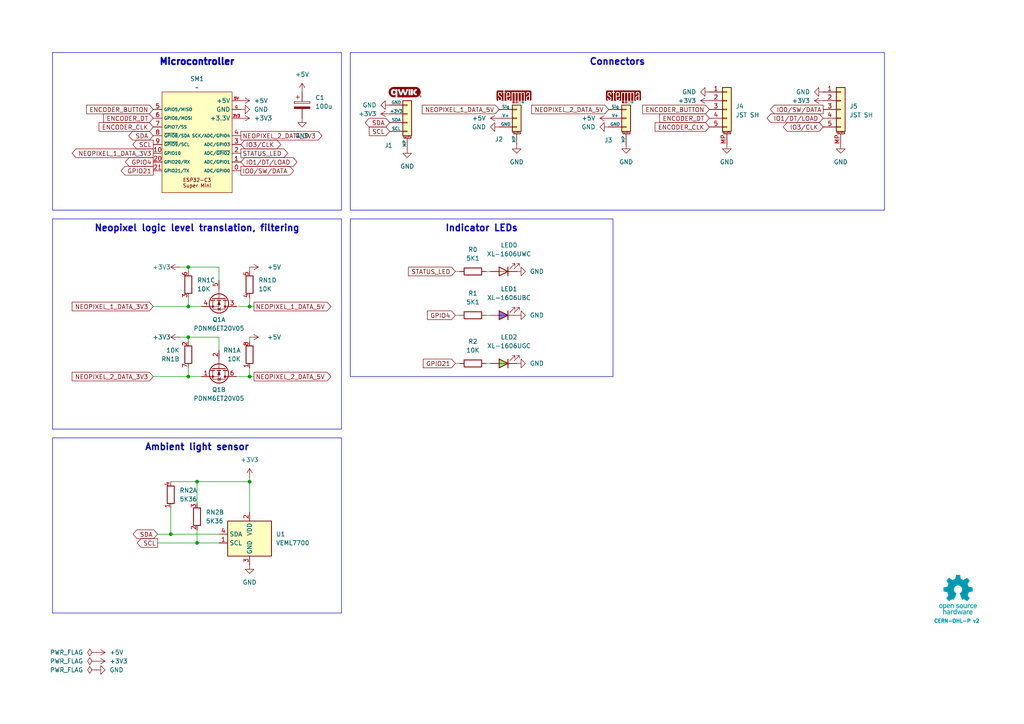
<source format=kicad_sch>
(kicad_sch (version 20231120) (generator "eeschema") (generator_version "8.0")
  (paper "A4")
  (lib_symbols
    (symbol "Connector_Generic_MountingPin:Conn_01x05_MountingPin" (pin_names (offset 1.016) hide)
      (property "Reference" "J" (at 0 7.62 0))
      (property "Value" "Conn_01x05_MountingPin" (at 1.27 -7.62 0))
      (symbol "Conn_01x05_MountingPin_1_1"
        (text "Mounting" (at 0 -6.731 0) (effects (font (size 0.381 0.381))))
        (pin passive line (at -5.08 5.08 0) (length 3.81) (name "Pin_1") (number "1"))
        (pin passive line (at -5.08 2.54 0) (length 3.81) (name "Pin_2") (number "2"))
        (pin passive line (at -5.08 0 0) (length 3.81) (name "Pin_3") (number "3"))
        (pin passive line (at -5.08 -2.54 0) (length 3.81) (name "Pin_4") (number "4"))
        (pin passive line (at -5.08 -5.08 0) (length 3.81) (name "Pin_5") (number "5"))
        (pin passive line (at 0 -10.16 90) (length 3.048) (name "MountPin") (number "MP"))
      )
    )
    (symbol "Device:C_Polarized" (pin_numbers hide) (pin_names (offset 0.254))
      (property "Reference" "C" (at 0.635 2.54 0))
      (property "Value" "C_Polarized" (at 0.635 -2.54 0))
      (symbol "C_Polarized_1_1"
        (pin passive line (at 0 3.81 270) (length 2.794) (name "~") (number "1"))
        (pin passive line (at 0 -3.81 90) (length 2.794) (name "~") (number "2"))
      )
    )
    (symbol "Device:R" (pin_numbers hide) (pin_names (offset 0))
      (property "Reference" "R" (at 2.032 0 90))
      (property "Value" "R" (at 0 0 90))
      (symbol "R_1_1"
        (pin passive line (at 0 3.81 270) (length 1.27) (name "~") (number "1"))
        (pin passive line (at 0 -3.81 90) (length 1.27) (name "~") (number "2"))
      )
    )
    (symbol "Device:R_Pack02_Split" (pin_names (offset 0) hide)
      (property "Reference" "RN" (at 2.032 0 90))
      (property "Value" "R_Pack02_Split" (at 0 0 90))
      (symbol "R_Pack02_Split_1_1"
        (pin passive line (at 0 -3.81 90) (length 1.27) (name "R1.1") (number "1"))
        (pin passive line (at 0 3.81 270) (length 1.27) (name "R1.2") (number "4"))
      )
      (symbol "R_Pack02_Split_2_1"
        (pin passive line (at 0 -3.81 90) (length 1.27) (name "R2.1") (number "2"))
        (pin passive line (at 0 3.81 270) (length 1.27) (name "R2.2") (number "3"))
      )
    )
    (symbol "Device:R_Pack04_Split" (pin_names (offset 0) hide)
      (property "Reference" "RN" (at 2.032 0 90))
      (property "Value" "R_Pack04_Split" (at 0 0 90))
      (symbol "R_Pack04_Split_1_1"
        (pin passive line (at 0 -3.81 90) (length 1.27) (name "R1.1") (number "1"))
        (pin passive line (at 0 3.81 270) (length 1.27) (name "R1.2") (number "8"))
      )
      (symbol "R_Pack04_Split_2_1"
        (pin passive line (at 0 -3.81 90) (length 1.27) (name "R2.1") (number "2"))
        (pin passive line (at 0 3.81 270) (length 1.27) (name "R2.2") (number "7"))
      )
      (symbol "R_Pack04_Split_3_1"
        (pin passive line (at 0 -3.81 90) (length 1.27) (name "R3.1") (number "3"))
        (pin passive line (at 0 3.81 270) (length 1.27) (name "R3.2") (number "6"))
      )
      (symbol "R_Pack04_Split_4_1"
        (pin passive line (at 0 -3.81 90) (length 1.27) (name "R4.1") (number "4"))
        (pin passive line (at 0 3.81 270) (length 1.27) (name "R4.2") (number "5"))
      )
    )
    (symbol "connector:Qwiic" (pin_numbers hide) (pin_names (offset 0))
      (property "Reference" "J" (at 2.54 0 0))
      (symbol "Qwiic_1_1"
        (text "Mounting" (at 0 -6.731 0) (effects (font (size 0.381 0.381))))
        (pin passive line (at -5.08 2.54 0) (length 3.81) (name "GND") (number "1"))
        (pin passive line (at -5.08 0 0) (length 3.81) (name "+3V3") (number "2"))
        (pin passive line (at -5.08 -2.54 0) (length 3.81) (name "SDA") (number "3"))
        (pin passive line (at -5.08 -5.08 0) (length 3.81) (name "SCL") (number "4"))
        (pin passive line (at 0 -10.16 90) (length 3.048) (name "MP") (number "MP"))
      )
    )
    (symbol "connector:STEMMA-Signal" (pin_numbers hide) (pin_names (offset 0))
      (property "Reference" "J" (at 2.54 0 0))
      (symbol "STEMMA-Signal_1_1"
        (text "Mounting" (at 0 -4.191 0) (effects (font (size 0.381 0.381))))
        (pin passive line (at -5.08 2.54 0) (length 3.81) (name "Sig") (number "1"))
        (pin passive line (at -5.08 0 0) (length 3.81) (name "V+") (number "2"))
        (pin passive line (at -5.08 -2.54 0) (length 3.81) (name "GND") (number "3"))
        (pin passive line (at 0 -7.62 90) (length 3.048) (name "MP") (number "MP"))
      )
    )
    (symbol "discrete:PDNM6ET20V05" (pin_names hide)
      (property "Reference" "Q" (at 5.08 1.905 0))
      (property "Value" "PDNM6ET20V05" (at 5.08 0 0))
      (symbol "PDNM6ET20V05_1_1"
        (pin passive line (at 2.54 5.08 270) (length 2.54) (name "D") (number "3"))
        (pin passive line (at 2.54 -5.08 90) (length 2.54) (name "S") (number "4"))
        (pin input line (at -5.08 0 0) (length 2.54) (name "G") (number "5"))
      )
      (symbol "PDNM6ET20V05_2_1"
        (pin passive line (at 2.54 -5.08 90) (length 2.54) (name "S") (number "1"))
        (pin input line (at -5.08 0 0) (length 2.54) (name "G") (number "2"))
        (pin passive line (at 2.54 5.08 270) (length 2.54) (name "D") (number "6"))
      )
    )
    (symbol "discrete:VEML7700"
      (property "Reference" "U" (at 2.54 -10.16 0))
      (property "Value" "VEML7700" (at 5.08 -7.62 0))
      (symbol "VEML7700_1_1"
        (pin passive line (at -8.89 -1.27 0) (length 2.54) (name "SCL") (number "1"))
        (pin power_in line (at 0 7.62 270) (length 2.54) (name "VDD") (number "2"))
        (pin power_in line (at 0 -7.62 90) (length 2.54) (name "GND") (number "3"))
        (pin passive line (at -8.89 1.27 0) (length 2.54) (name "SDA") (number "4"))
      )
    )
    (symbol "discrete:XL-1606UBC" (pin_numbers hide) (pin_names (offset 1.016) hide)
      (property "Reference" "D" (at 0 2.54 0))
      (property "Value" "XL-1606UBC" (at 0 -2.54 0))
      (symbol "XL-1606UBC_1_1"
        (pin passive line (at -3.81 0 0) (length 2.54) (name "K") (number "1"))
        (pin passive line (at 3.81 0 180) (length 2.54) (name "A") (number "2"))
      )
    )
    (symbol "discrete:XL-1606UGC" (pin_numbers hide) (pin_names (offset 1.016) hide)
      (property "Reference" "D" (at 0 2.54 0))
      (property "Value" "XL-1606UGC" (at 0 -2.54 0))
      (symbol "XL-1606UGC_1_1"
        (pin passive line (at -3.81 0 0) (length 2.54) (name "K") (number "1"))
        (pin passive line (at 3.81 0 180) (length 2.54) (name "A") (number "2"))
      )
    )
    (symbol "discrete:XL-1606UWC" (pin_numbers hide) (pin_names (offset 1.016) hide)
      (property "Reference" "D" (at 0 2.54 0))
      (property "Value" "XL-1606UWC" (at 0 -2.54 0))
      (symbol "XL-1606UWC_1_1"
        (pin passive line (at -3.81 0 0) (length 2.54) (name "K") (number "1"))
        (pin passive line (at 3.81 0 180) (length 2.54) (name "A") (number "2"))
      )
    )
    (symbol "module:ESP32-C3-Super-Mini"
      (property "Reference" "SM" (at 0 18.288 0))
      (symbol "ESP32-C3-Super-Mini_1_1"
        (text_box "ESP32-C3\nSuper Mini" (at -7.62 -10.16 0) (size 15.24 -5.08) (stroke (width -0.0001)) (effects (font (size 1.016 1.016)) (justify top)))
        (pin passive line (at 12.7 -8.89 180) (length 2.54) (name "ADC/GPIO0") (number "0"))
        (pin passive line (at 12.7 -6.35 180) (length 2.54) (name "ADC/GPIO1") (number "1"))
        (pin passive line (at -12.7 -3.81 0) (length 2.54) (name "GPIO10") (number "10"))
        (pin passive line (at 12.7 -3.81 180) (length 2.54) (name "ADC/~{GPIO2}") (number "2"))
        (pin passive line (at -12.7 -6.35 0) (length 2.54) (name "GPIO20/RX") (number "20"))
        (pin passive line (at -12.7 -8.89 0) (length 2.54) (name "GPIO21/TX") (number "21"))
        (pin passive line (at 12.7 -1.27 180) (length 2.54) (name "ADC/GPIO3") (number "3"))
        (pin power_in line (at 12.7 6.35 180) (length 2.54) (name "+3.3V") (number "3V3"))
        (pin passive line (at 12.7 1.27 180) (length 2.54) (name "SCK/ADC/GPIO4") (number "4"))
        (pin passive line (at -12.7 8.89 0) (length 2.54) (name "GPIO5/MISO") (number "5"))
        (pin power_in line (at 12.7 11.43 180) (length 2.54) (name "+5V") (number "5V"))
        (pin passive line (at -12.7 6.35 0) (length 2.54) (name "GPIO6/MOSI") (number "6"))
        (pin passive line (at -12.7 3.81 0) (length 2.54) (name "GPIO7/SS") (number "7"))
        (pin passive line (at -12.7 1.27 0) (length 2.54) (name "~{GPIO8}/SDA") (number "8"))
        (pin passive line (at -12.7 -1.27 0) (length 2.54) (name "~{GPIO9}/SCL") (number "9"))
        (pin power_in line (at 12.7 8.89 180) (length 2.54) (name "GND") (number "G"))
      )
    )
    (symbol "power:+3V3" (power) (pin_numbers hide) (pin_names (offset 0) hide)
      (property "Value" "+3V3" (at 0 3.556 0))
      (symbol "+3V3_1_1"
        (pin power_in line (at 0 0 90) (length 0) (name "~") (number "1"))
      )
    )
    (symbol "power:+5V" (power) (pin_numbers hide) (pin_names (offset 0) hide)
      (property "Value" "+5V" (at 0 3.556 0))
      (symbol "+5V_1_1"
        (pin power_in line (at 0 0 90) (length 0) (name "~") (number "1"))
      )
    )
    (symbol "power:GND" (power) (pin_numbers hide) (pin_names (offset 0) hide)
      (property "Value" "GND" (at 0 -3.81 0))
      (symbol "GND_1_1"
        (pin power_in line (at 0 0 270) (length 0) (name "~") (number "1"))
      )
    )
    (symbol "power:PWR_FLAG" (power) (pin_numbers hide) (pin_names (offset 0) hide)
      (property "Value" "PWR_FLAG" (at 0 3.81 0))
      (symbol "PWR_FLAG_0_0"
        (pin power_out line (at 0 0 90) (length 0) (name "~") (number "1"))
      )
    )
    (symbol "power:VCC" (power) (pin_numbers hide) (pin_names (offset 0) hide)
      (property "Value" "VCC" (at 0 3.556 0))
      (symbol "VCC_1_1"
        (pin power_in line (at 0 0 90) (length 0) (name "~") (number "1"))
      )
    )
  )
  (junction (at 49.53 154.94))
  (junction (at 54.61 109.22))
  (junction (at 54.61 88.9))
  (junction (at 72.39 88.9))
  (junction (at 72.39 109.22))
  (junction (at 54.61 97.79))
  (junction (at 57.15 157.48))
  (junction (at 72.39 139.7))
  (junction (at 57.15 139.7))
  (junction (at 54.61 77.47))
  (wire (pts (xy 45.72 157.48) (xy 57.15 157.48)))
  (wire (pts (xy 54.61 97.79) (xy 63.5 97.79)))
  (wire (pts (xy 54.61 88.9) (xy 58.42 88.9)))
  (wire (pts (xy 54.61 77.47) (xy 63.5 77.47)))
  (wire (pts (xy 49.53 147.32) (xy 49.53 154.94)))
  (wire (pts (xy 132.08 78.74) (xy 133.35 78.74)))
  (wire (pts (xy 57.15 139.7) (xy 72.39 139.7)))
  (wire (pts (xy 57.15 153.67) (xy 57.15 157.48)))
  (wire (pts (xy 57.15 139.7) (xy 57.15 146.05)))
  (wire (pts (xy 72.39 109.22) (xy 72.39 106.68)))
  (wire (pts (xy 132.08 105.41) (xy 133.35 105.41)))
  (wire (pts (xy 72.39 78.74) (xy 72.39 77.47)))
  (wire (pts (xy 44.45 109.22) (xy 54.61 109.22)))
  (wire (pts (xy 140.97 91.44) (xy 142.24 91.44)))
  (wire (pts (xy 49.53 154.94) (xy 63.5 154.94)))
  (wire (pts (xy 52.07 77.47) (xy 54.61 77.47)))
  (wire (pts (xy 49.53 139.7) (xy 57.15 139.7)))
  (wire (pts (xy 54.61 99.06) (xy 54.61 97.79)))
  (wire (pts (xy 72.39 139.7) (xy 72.39 148.59)))
  (wire (pts (xy 52.07 97.79) (xy 54.61 97.79)))
  (wire (pts (xy 72.39 138.43) (xy 72.39 139.7)))
  (wire (pts (xy 63.5 81.28) (xy 63.5 77.47)))
  (wire (pts (xy 72.39 88.9) (xy 72.39 86.36)))
  (wire (pts (xy 57.15 157.48) (xy 63.5 157.48)))
  (wire (pts (xy 63.5 101.6) (xy 63.5 97.79)))
  (wire (pts (xy 72.39 109.22) (xy 73.66 109.22)))
  (wire (pts (xy 68.58 88.9) (xy 72.39 88.9)))
  (wire (pts (xy 72.39 88.9) (xy 73.66 88.9)))
  (wire (pts (xy 54.61 86.36) (xy 54.61 88.9)))
  (wire (pts (xy 45.72 154.94) (xy 49.53 154.94)))
  (wire (pts (xy 54.61 78.74) (xy 54.61 77.47)))
  (wire (pts (xy 68.58 109.22) (xy 72.39 109.22)))
  (wire (pts (xy 54.61 109.22) (xy 58.42 109.22)))
  (wire (pts (xy 72.39 99.06) (xy 72.39 97.79)))
  (wire (pts (xy 140.97 78.74) (xy 142.24 78.74)))
  (wire (pts (xy 140.97 105.41) (xy 142.24 105.41)))
  (wire (pts (xy 132.08 91.44) (xy 133.35 91.44)))
  (wire (pts (xy 54.61 106.68) (xy 54.61 109.22)))
  (wire (pts (xy 44.45 88.9) (xy 54.61 88.9)))
  (image (at 277.876 172.466) (scale 0.1691))
  (text_box "Ambient light sensor" (at 15.24 127 0) (size 83.82 50.8) (effects (font (size 1.905 1.905) (thickness 0.381) (bold yes)) (justify top)))
  (text_box "Connectors" (at 101.6 15.24 0) (size 154.94 45.72) (effects (font (size 1.905 1.905) (thickness 0.381) (bold yes)) (justify top)))
  (text_box "Neopixel logic level translation, filtering" (at 15.24 63.5 0) (size 83.82 60.96) (effects (font (size 1.905 1.905) (thickness 0.381) (bold yes)) (justify top)))
  (text_box "Indicator LEDs" (at 101.6 63.5 0) (size 76.2 45.72) (effects (font (size 1.905 1.905) (thickness 0.381) (bold yes)) (justify top)))
  (text_box "Microcontroller" (at 15.24 15.24 0) (size 83.82 45.72) (effects (font (size 1.905 1.905) (thickness 0.508) (bold yes)) (justify top)))
  (text "CERN-OHL-P v2" (at 277.495 180.34 0) (effects (font (size 1.016 1.016) (thickness 0.4) (bold yes))))
  (global_label "IO1/DT/LOAD" (shape bidirectional) (at 69.85 46.99 0) (property "Intersheetrefs" "${INTERSHEET_REFS}" (effects (hide yes))))
  (global_label "GPIO21" (shape input) (at 132.08 105.41 180) (property "Intersheetrefs" "${INTERSHEET_REFS}" (effects (hide yes))))
  (global_label "ENCODER_CLK" (shape input) (at 205.74 36.83 180) (property "Intersheetrefs" "${INTERSHEET_REFS}" (effects (hide yes))))
  (global_label "NEOPIXEL_1_DATA_5V" (shape output) (at 73.66 88.9 0) (property "Intersheetrefs" "${INTERSHEET_REFS}" (effects (hide yes))))
  (global_label "SDA" (shape bidirectional) (at 45.72 154.94 180) (property "Intersheetrefs" "${INTERSHEET_REFS}" (effects (hide yes))))
  (global_label "ENCODER_CLK" (shape input) (at 44.45 36.83 180) (property "Intersheetrefs" "${INTERSHEET_REFS}" (effects (hide yes))))
  (global_label "NEOPIXEL_1_DATA_5V" (shape input) (at 144.78 31.75 180) (property "Intersheetrefs" "${INTERSHEET_REFS}" (effects (hide yes))))
  (global_label "ENCODER_BUTTON" (shape input) (at 44.45 31.75 180) (property "Intersheetrefs" "${INTERSHEET_REFS}" (effects (hide yes))))
  (global_label "NEOPIXEL_1_DATA_3V3" (shape output) (at 44.45 44.45 180) (property "Intersheetrefs" "${INTERSHEET_REFS}" (effects (hide yes))))
  (global_label "ENCODER_DT" (shape input) (at 205.74 34.29 180) (property "Intersheetrefs" "${INTERSHEET_REFS}" (effects (hide yes))))
  (global_label "ENCODER_DT" (shape input) (at 44.45 34.29 180) (property "Intersheetrefs" "${INTERSHEET_REFS}" (effects (hide yes))))
  (global_label "IO0/SW/DATA" (shape output) (at 238.76 31.75 180) (property "Intersheetrefs" "${INTERSHEET_REFS}" (effects (hide yes))))
  (global_label "SCL" (shape input) (at 113.03 38.1 180) (property "Intersheetrefs" "${INTERSHEET_REFS}" (effects (hide yes))))
  (global_label "IO1/DT/LOAD" (shape bidirectional) (at 238.76 34.29 180) (property "Intersheetrefs" "${INTERSHEET_REFS}" (effects (hide yes))))
  (global_label "IO3/CLK" (shape bidirectional) (at 69.85 41.91 0) (property "Intersheetrefs" "${INTERSHEET_REFS}" (effects (hide yes))))
  (global_label "NEOPIXEL_2_DATA_5V" (shape input) (at 176.53 31.75 180) (property "Intersheetrefs" "${INTERSHEET_REFS}" (effects (hide yes))))
  (global_label "SDA" (shape bidirectional) (at 44.45 39.37 180) (property "Intersheetrefs" "${INTERSHEET_REFS}" (effects (hide yes))))
  (global_label "GPIO4" (shape input) (at 132.08 91.44 180) (property "Intersheetrefs" "${INTERSHEET_REFS}" (effects (hide yes))))
  (global_label "IO3/CLK" (shape bidirectional) (at 238.76 36.83 180) (property "Intersheetrefs" "${INTERSHEET_REFS}" (effects (hide yes))))
  (global_label "SCL" (shape output) (at 44.45 41.91 180) (property "Intersheetrefs" "${INTERSHEET_REFS}" (effects (hide yes))))
  (global_label "SCL" (shape output) (at 45.72 157.48 180) (property "Intersheetrefs" "${INTERSHEET_REFS}" (effects (hide yes))))
  (global_label "IO0/SW/DATA" (shape output) (at 69.85 49.53 0) (property "Intersheetrefs" "${INTERSHEET_REFS}" (effects (hide yes))))
  (global_label "NEOPIXEL_2_DATA_3V3" (shape input) (at 44.45 109.22 180) (property "Intersheetrefs" "${INTERSHEET_REFS}" (effects (hide yes))))
  (global_label "SDA" (shape bidirectional) (at 113.03 35.56 180) (property "Intersheetrefs" "${INTERSHEET_REFS}" (effects (hide yes))))
  (global_label "GPIO21" (shape output) (at 44.45 49.53 180) (property "Intersheetrefs" "${INTERSHEET_REFS}" (effects (hide yes))))
  (global_label "STATUS_LED" (shape input) (at 132.08 78.74 180) (property "Intersheetrefs" "${INTERSHEET_REFS}" (effects (hide yes))))
  (global_label "NEOPIXEL_2_DATA_3V3" (shape output) (at 69.85 39.37 0) (property "Intersheetrefs" "${INTERSHEET_REFS}" (effects (hide yes))))
  (global_label "STATUS_LED" (shape output) (at 69.85 44.45 0) (property "Intersheetrefs" "${INTERSHEET_REFS}" (effects (hide yes))))
  (global_label "ENCODER_BUTTON" (shape input) (at 205.74 31.75 180) (property "Intersheetrefs" "${INTERSHEET_REFS}" (effects (hide yes))))
  (global_label "GPIO4" (shape output) (at 44.45 46.99 180) (property "Intersheetrefs" "${INTERSHEET_REFS}" (effects (hide yes))))
  (global_label "NEOPIXEL_1_DATA_3V3" (shape input) (at 44.45 88.9 180) (property "Intersheetrefs" "${INTERSHEET_REFS}" (effects (hide yes))))
  (global_label "NEOPIXEL_2_DATA_5V" (shape output) (at 73.66 109.22 0) (property "Intersheetrefs" "${INTERSHEET_REFS}" (effects (hide yes))))
  (symbol (lib_id "Device:R_Pack02_Split") (at 57.15 149.86 0) (unit 2)
    (property "Reference" "RN2" (at 59.69 148.5899 0) (effects (justify left)))
    (property "Value" "5K36" (at 59.69 151.1299 0) (effects (justify left)))
    (property "Footprint" "Resistor_SMD:R_Array_Convex_2x0402" (effects (hide yes)))
    (property "Description" "2 resistor network, parallel topology, split" (effects (hide yes)))
    (property "LCSC Part" " C425352" (effects (hide yes)))
  )
  (symbol (lib_id "power:+5V") (at 72.39 97.79 270) (unit 1)
    (property "Reference" "#PWR012" (effects (hide yes)))
    (property "Value" "+5V" (at 77.47 97.7899 90) (effects (justify left)))
    (property "Description" "Power symbol creates a global label with name \"+5V\"" (effects (hide yes)))
  )
  (symbol (lib_id "Device:R") (at 137.16 78.74 90) (unit 1)
    (property "Reference" "R0" (at 137.16 72.39 90))
    (property "Value" "5K1" (at 137.16 74.93 90))
    (property "Footprint" "Resistor_SMD:R_0402_1005Metric" (effects (hide yes)))
    (property "Description" "Resistor" (effects (hide yes)))
    (property "LCSC Part" "C25905" (effects (hide yes)))
  )
  (symbol (lib_id "discrete:XL-1606UWC") (at 146.05 78.74 180) (unit 1)
    (property "Reference" "LED0" (at 147.6375 71.12 0))
    (property "Value" "XL-1606UWC" (at 147.6375 73.66 0))
    (property "Footprint" "discrete:LED_SideEmitter_1.7x1.1mm" (effects (hide yes)))
    (property "Datasheet" "https://www.lcsc.com/datasheet/lcsc_datasheet_2402181506_XINGLIGHT-XL-1606UWC_C965866.pdf" (effects (hide yes)))
    (property "Description" "Light emitting diode, White, Side-Emitter package" (effects (hide yes)))
    (property "LCSC Part" "C965866" (effects (hide yes)))
  )
  (symbol (lib_id "power:VCC") (at 113.03 33.02 90) (unit 1)
    (property "Reference" "#PWR014" (effects (hide yes)))
    (property "Value" "+3V3" (at 109.22 33.0199 90) (effects (justify left)))
    (property "Description" "Power symbol creates a global label with name \"VCC\"" (effects (hide yes)))
  )
  (symbol (lib_id "Device:C_Polarized") (at 87.63 30.48 0) (unit 1)
    (property "Reference" "C1" (at 91.44 28.3209 0) (effects (justify left)))
    (property "Value" "100u" (at 91.44 30.8609 0) (effects (justify left)))
    (property "Footprint" "Capacitor_SMD:CP_Elec_5x5.4" (effects (hide yes)))
    (property "Description" "Polarized capacitor" (effects (hide yes)))
    (property "LCSC Part" "C4054379" (effects (hide yes)))
  )
  (symbol (lib_id "discrete:XL-1606UGC") (at 146.05 105.41 180) (unit 1)
    (property "Reference" "LED2" (at 147.6375 97.79 0))
    (property "Value" "XL-1606UGC" (at 147.6375 100.33 0))
    (property "Footprint" "discrete:LED_SideEmitter_1.7x1.1mm" (effects (hide yes)))
    (property "Datasheet" "https://www.lcsc.com/datasheet/lcsc_datasheet_2410121310_XINGLIGHT-XL-1606UGC_C965863.pdf" (effects (hide yes)))
    (property "Description" "Light emitting diode, Green, Side-Emitter package" (effects (hide yes)))
    (property "LCSC Part" "C965863" (effects (hide yes)))
  )
  (symbol (lib_id "connector:Qwiic") (at 118.11 33.02 0) (unit 1)
    (property "Reference" "J1" (at 111.506 42.164 0) (effects (justify left)))
    (property "Value" "Qwiic" (effects (hide yes)))
    (property "Footprint" "connector:Qwiic-SMD-horizontal-logo" (effects (hide yes)))
    (property "Datasheet" "https://www.sparkfun.com/qwiic" (effects (hide yes)))
    (property "Description" "Qwiic connector, JST SH 1.0mm 1x04" (effects (hide yes)))
    (property "LCSC Part" "C19270571" (effects (hide yes)))
  )
  (symbol (lib_id "module:ESP32-C3-Super-Mini") (at 57.15 40.64 0) (unit 1)
    (property "Reference" "SM1" (at 57.15 22.86 0))
    (property "Value" "~" (at 57.15 25.4 0))
    (property "Footprint" "module:ESP32-C3-Super-Mini-Castellated-SMD-only" (effects (hide yes)))
  )
  (symbol (lib_id "Device:R_Pack04_Split") (at 54.61 82.55 0) (mirror y) (unit 3)
    (property "Reference" "RN1" (at 57.15 81.2799 0) (effects (justify right)))
    (property "Value" "10K" (at 57.15 83.8199 0) (effects (justify right)))
    (property "Footprint" "Resistor_SMD:R_Array_Convex_4x0402" (effects (hide yes)))
    (property "Description" "4 resistor network, parallel topology, split" (effects (hide yes)))
    (property "LCSC Part" "C7422173" (effects (hide yes)))
  )
  (symbol (lib_id "power:VCC") (at 69.85 29.21 270) (unit 1)
    (property "Reference" "#PWR01" (effects (hide yes)))
    (property "Value" "+5V" (at 73.66 29.2099 90) (effects (justify left)))
    (property "Description" "Power symbol creates a global label with name \"VCC\"" (effects (hide yes)))
  )
  (symbol (lib_id "power:+3V3") (at 52.07 77.47 90) (unit 1)
    (property "Reference" "#PWR09" (effects (hide yes)))
    (property "Value" "+3V3" (at 49.53 77.4699 90) (effects (justify left)))
    (property "Description" "Power symbol creates a global label with name \"+3V3\"" (effects (hide yes)))
  )
  (symbol (lib_id "power:VCC") (at 205.74 29.21 90) (unit 1)
    (property "Reference" "#PWR028" (effects (hide yes)))
    (property "Value" "+3V3" (at 201.93 29.2099 90) (effects (justify left)))
    (property "Description" "Power symbol creates a global label with name \"VCC\"" (effects (hide yes)))
  )
  (symbol (lib_id "Device:R") (at 137.16 91.44 90) (unit 1)
    (property "Reference" "R1" (at 137.16 85.09 90))
    (property "Value" "5K1" (at 137.16 87.63 90))
    (property "Footprint" "Resistor_SMD:R_0402_1005Metric" (effects (hide yes)))
    (property "Description" "Resistor" (effects (hide yes)))
    (property "LCSC Part" "C25905" (effects (hide yes)))
  )
  (symbol (lib_id "power:GND") (at 149.86 78.74 90) (unit 1)
    (property "Reference" "#PWR015" (effects (hide yes)))
    (property "Value" "GND" (at 153.67 78.7399 90) (effects (justify right)))
    (property "Description" "Power symbol creates a global label with name \"GND\" , ground" (effects (hide yes)))
  )
  (symbol (lib_id "power:GND") (at 149.86 105.41 90) (unit 1)
    (property "Reference" "#PWR018" (effects (hide yes)))
    (property "Value" "GND" (at 153.67 105.4099 90) (effects (justify right)))
    (property "Description" "Power symbol creates a global label with name \"GND\" , ground" (effects (hide yes)))
  )
  (symbol (lib_id "Connector_Generic_MountingPin:Conn_01x05_MountingPin") (at 210.82 31.75 0) (unit 1)
    (property "Reference" "J4" (at 213.36 30.8355 0) (effects (justify left)))
    (property "Value" "JST SH" (at 213.36 33.3755 0) (effects (justify left)))
    (property "Footprint" "connector:JST_SH_SM05B-SRSS-TB_1x05-1MP_P1.00mm_Horizontal" (effects (hide yes)))
    (property "Description" "Generic connectable mounting pin connector, single row, 01x05, script generated (kicad-library-utils/schlib/autogen/connector/)" (effects (hide yes)))
    (property "LCSC Part" "C7433426" (effects (hide yes)))
  )
  (symbol (lib_id "Device:R_Pack02_Split") (at 49.53 143.51 0) (unit 1)
    (property "Reference" "RN2" (at 52.07 142.2399 0) (effects (justify left)))
    (property "Value" "5K36" (at 52.07 144.7799 0) (effects (justify left)))
    (property "Footprint" "Resistor_SMD:R_Array_Convex_2x0402" (effects (hide yes)))
    (property "Description" "2 resistor network, parallel topology, split" (effects (hide yes)))
    (property "LCSC Part" " C425352" (effects (hide yes)))
  )
  (symbol (lib_id "Device:R_Pack04_Split") (at 72.39 82.55 0) (unit 4)
    (property "Reference" "RN1" (at 74.93 81.2799 0) (effects (justify left)))
    (property "Value" "10K" (at 74.93 83.8199 0) (effects (justify left)))
    (property "Footprint" "Resistor_SMD:R_Array_Convex_4x0402" (effects (hide yes)))
    (property "Description" "4 resistor network, parallel topology, split" (effects (hide yes)))
    (property "LCSC Part" "C7422173" (effects (hide yes)))
  )
  (symbol (lib_id "power:VCC") (at 27.94 191.77 270) (unit 1)
    (property "Reference" "#PWR07" (effects (hide yes)))
    (property "Value" "+3V3" (at 31.75 191.7699 90) (effects (justify left)))
    (property "Description" "Power symbol creates a global label with name \"VCC\"" (effects (hide yes)))
  )
  (symbol (lib_id "power:GND") (at 87.63 34.29 0) (unit 1)
    (property "Reference" "#PWR033" (effects (hide yes)))
    (property "Value" "GND" (at 87.63 39.37 0))
  )
  (symbol (lib_id "power:GND") (at 205.74 26.67 270) (unit 1)
    (property "Reference" "#PWR027" (effects (hide yes)))
    (property "Value" "GND" (at 201.93 26.6699 90) (effects (justify right)))
    (property "Description" "Power symbol creates a global label with name \"GND\" , ground" (effects (hide yes)))
  )
  (symbol (lib_id "power:PWR_FLAG") (at 27.94 191.77 90) (unit 1)
    (property "Reference" "#FLG04" (effects (hide yes)))
    (property "Value" "PWR_FLAG" (at 24.13 191.7699 90) (effects (justify left)))
    (property "Description" "Special symbol for telling ERC where power comes from" (effects (hide yes)))
  )
  (symbol (lib_id "power:GND") (at 27.94 194.31 90) (unit 1)
    (property "Reference" "#PWR02" (effects (hide yes)))
    (property "Value" "GND" (at 31.75 194.3099 90) (effects (justify right)))
    (property "Description" "Power symbol creates a global label with name \"GND\" , ground" (effects (hide yes)))
  )
  (symbol (lib_id "power:PWR_FLAG") (at 27.94 189.23 90) (unit 1)
    (property "Reference" "#FLG01" (effects (hide yes)))
    (property "Value" "PWR_FLAG" (at 24.13 189.2299 90) (effects (justify left)))
    (property "Description" "Special symbol for telling ERC where power comes from" (effects (hide yes)))
  )
  (symbol (lib_id "discrete:PDNM6ET20V05") (at 63.5 106.68 270) (unit 2)
    (property "Reference" "Q1" (at 63.5 113.03 90))
    (property "Value" "PDNM6ET20V05" (at 63.5 115.57 90))
    (property "Footprint" "Package_TO_SOT_SMD:SOT-563" (effects (hide yes)))
    (property "Datasheet" "https://www.lcsc.com/datasheet/lcsc_datasheet_2410121242_Shanghai-Prisemi-Elec-PDNM6ET20V05_C918811.pdf" (effects (hide yes)))
    (property "Description" "500mA Id, 20V Vds, Dual N-Channel MOSFET, SOT-563" (effects (hide yes)))
    (property "LCSC Part" "C918811" (effects (hide yes)))
  )
  (symbol (lib_id "power:VCC") (at 69.85 34.29 270) (unit 1)
    (property "Reference" "#PWR05" (effects (hide yes)))
    (property "Value" "+3V3" (at 73.66 34.2899 90) (effects (justify left)))
    (property "Description" "Power symbol creates a global label with name \"VCC\"" (effects (hide yes)))
  )
  (symbol (lib_id "power:GND") (at 113.03 30.48 270) (unit 1)
    (property "Reference" "#PWR013" (effects (hide yes)))
    (property "Value" "GND" (at 109.22 30.4799 90) (effects (justify right)))
    (property "Description" "Power symbol creates a global label with name \"GND\" , ground" (effects (hide yes)))
  )
  (symbol (lib_id "discrete:XL-1606UBC") (at 146.05 91.44 180) (unit 1)
    (property "Reference" "LED1" (at 147.6375 83.82 0))
    (property "Value" "XL-1606UBC" (at 147.6375 86.36 0))
    (property "Footprint" "discrete:LED_SideEmitter_1.7x1.1mm" (effects (hide yes)))
    (property "Datasheet" "https://www.lcsc.com/datasheet/lcsc_datasheet_2402181506_XINGLIGHT-XL-1606UBC_C965865.pdf" (effects (hide yes)))
    (property "Description" "Light emitting diode, Blue, Side-Emitter package" (effects (hide yes)))
    (property "LCSC Part" "C965865" (effects (hide yes)))
  )
  (symbol (lib_id "power:GND") (at 144.78 36.83 270) (unit 1)
    (property "Reference" "#PWR020" (effects (hide yes)))
    (property "Value" "GND" (at 140.97 36.8299 90) (effects (justify right)))
    (property "Description" "Power symbol creates a global label with name \"GND\" , ground" (effects (hide yes)))
  )
  (symbol (lib_id "Device:R_Pack04_Split") (at 54.61 102.87 180) (unit 2)
    (property "Reference" "RN1" (at 52.07 104.1401 0) (effects (justify left)))
    (property "Value" "10K" (at 52.07 101.6001 0) (effects (justify left)))
    (property "Footprint" "Resistor_SMD:R_Array_Convex_4x0402" (effects (hide yes)))
    (property "Description" "4 resistor network, parallel topology, split" (effects (hide yes)))
    (property "LCSC Part" "C7422173" (effects (hide yes)))
  )
  (symbol (lib_id "Connector_Generic_MountingPin:Conn_01x05_MountingPin") (at 243.84 31.75 0) (unit 1)
    (property "Reference" "J5" (at 246.38 30.8355 0) (effects (justify left)))
    (property "Value" "JST SH" (at 246.38 33.3755 0) (effects (justify left)))
    (property "Footprint" "connector:JST_SH_SM05B-SRSS-TB_1x05-1MP_P1.00mm_Horizontal" (effects (hide yes)))
    (property "Description" "Generic connectable mounting pin connector, single row, 01x05, script generated (kicad-library-utils/schlib/autogen/connector/)" (effects (hide yes)))
    (property "LCSC Part" "C7433426" (effects (hide yes)))
  )
  (symbol (lib_id "power:GND") (at 118.11 43.18 0) (unit 1)
    (property "Reference" "#PWR016" (effects (hide yes)))
    (property "Value" "GND" (at 118.11 48.26 0))
    (property "Description" "Power symbol creates a global label with name \"GND\" , ground" (effects (hide yes)))
  )
  (symbol (lib_id "power:GND") (at 181.61 41.91 0) (unit 1)
    (property "Reference" "#PWR024" (effects (hide yes)))
    (property "Value" "GND" (at 181.61 46.99 0))
    (property "Description" "Power symbol creates a global label with name \"GND\" , ground" (effects (hide yes)))
  )
  (symbol (lib_id "Device:R_Pack04_Split") (at 72.39 102.87 0) (mirror y) (unit 1)
    (property "Reference" "RN1" (at 69.85 101.5999 0) (effects (justify left)))
    (property "Value" "10K" (at 69.85 104.1399 0) (effects (justify left)))
    (property "Footprint" "Resistor_SMD:R_Array_Convex_4x0402" (effects (hide yes)))
    (property "Description" "4 resistor network, parallel topology, split" (effects (hide yes)))
    (property "LCSC Part" "C7422173" (effects (hide yes)))
  )
  (symbol (lib_id "power:VCC") (at 27.94 189.23 270) (unit 1)
    (property "Reference" "#PWR06" (effects (hide yes)))
    (property "Value" "+5V" (at 31.75 189.2299 90) (effects (justify left)))
    (property "Description" "Power symbol creates a global label with name \"VCC\"" (effects (hide yes)))
  )
  (symbol (lib_id "connector:STEMMA-Signal") (at 149.86 34.29 0) (unit 1)
    (property "Reference" "J2" (at 143.51 40.386 0) (effects (justify left)))
    (property "Value" "STEMMA-Signal" (effects (hide yes)))
    (property "Footprint" "connector:STEMMA-Signal-SMD-horizontal" (effects (hide yes)))
    (property "Datasheet" "https://learn.adafruit.com/introducing-adafruit-stemma-qt/technical-specs" (effects (hide yes)))
    (property "Description" "STEMMA signal connector, JST PH 2.0mm 1x03" (effects (hide yes)))
    (property "LCSC Part" "C5372880" (effects (hide yes)))
  )
  (symbol (lib_id "power:GND") (at 210.82 41.91 0) (unit 1)
    (property "Reference" "#PWR034" (effects (hide yes)))
    (property "Value" "GND" (at 210.82 46.99 0))
    (property "Description" "Power symbol creates a global label with name \"GND\" , ground" (effects (hide yes)))
  )
  (symbol (lib_id "discrete:PDNM6ET20V05") (at 63.5 86.36 270) (unit 1)
    (property "Reference" "Q1" (at 63.5 92.71 90))
    (property "Value" "PDNM6ET20V05" (at 63.5 95.25 90))
    (property "Footprint" "Package_TO_SOT_SMD:SOT-563" (effects (hide yes)))
    (property "Datasheet" "https://www.lcsc.com/datasheet/lcsc_datasheet_2410121242_Shanghai-Prisemi-Elec-PDNM6ET20V05_C918811.pdf" (effects (hide yes)))
    (property "Description" "500mA Id, 20V Vds, Dual N-Channel MOSFET, SOT-563" (effects (hide yes)))
    (property "LCSC Part" "C918811" (effects (hide yes)))
  )
  (symbol (lib_id "power:VCC") (at 238.76 29.21 90) (unit 1)
    (property "Reference" "#PWR030" (effects (hide yes)))
    (property "Value" "+3V3" (at 234.95 29.2099 90) (effects (justify left)))
    (property "Description" "Power symbol creates a global label with name \"VCC\"" (effects (hide yes)))
  )
  (symbol (lib_id "discrete:VEML7700") (at 72.39 156.21 0) (unit 1)
    (property "Reference" "U1" (at 80.01 154.9399 0) (effects (justify left)))
    (property "Value" "VEML7700" (at 80.01 157.4799 0) (effects (justify left)))
    (property "Footprint" "discrete:Sensor_VEML7700-TR" (effects (hide yes)))
    (property "Datasheet" "https://www.vishay.com/docs/84286/veml7700.pdf" (effects (hide yes)))
    (property "Description" "High Accuracy Ambient Light Sensor With I2C Interface" (effects (hide yes)))
    (property "LCSC Part" "C504893" (effects (hide yes)))
  )
  (symbol (lib_id "power:+3V3") (at 52.07 97.79 90) (unit 1)
    (property "Reference" "#PWR010" (effects (hide yes)))
    (property "Value" "+3V3" (at 49.53 97.7899 90) (effects (justify left)))
    (property "Description" "Power symbol creates a global label with name \"+3V3\"" (effects (hide yes)))
  )
  (symbol (lib_id "power:PWR_FLAG") (at 27.94 194.31 90) (unit 1)
    (property "Reference" "#FLG02" (effects (hide yes)))
    (property "Value" "PWR_FLAG" (at 24.13 194.3099 90) (effects (justify left)))
    (property "Description" "Special symbol for telling ERC where power comes from" (effects (hide yes)))
  )
  (symbol (lib_id "Device:R") (at 137.16 105.41 90) (unit 1)
    (property "Reference" "R2" (at 137.16 99.06 90))
    (property "Value" "10K" (at 137.16 101.6 90))
    (property "Footprint" "Resistor_SMD:R_0402_1005Metric" (effects (hide yes)))
    (property "Description" "Resistor" (effects (hide yes)))
    (property "LCSC Part" "C25744" (effects (hide yes)))
  )
  (symbol (lib_id "power:GND") (at 69.85 31.75 90) (unit 1)
    (property "Reference" "#PWR04" (effects (hide yes)))
    (property "Value" "GND" (at 73.66 31.7499 90) (effects (justify right)))
    (property "Description" "Power symbol creates a global label with name \"GND\" , ground" (effects (hide yes)))
  )
  (symbol (lib_id "power:GND") (at 149.86 91.44 90) (unit 1)
    (property "Reference" "#PWR017" (effects (hide yes)))
    (property "Value" "GND" (at 153.67 91.4399 90) (effects (justify right)))
    (property "Description" "Power symbol creates a global label with name \"GND\" , ground" (effects (hide yes)))
  )
  (symbol (lib_id "power:GND") (at 149.86 41.91 0) (unit 1)
    (property "Reference" "#PWR021" (effects (hide yes)))
    (property "Value" "GND" (at 149.86 46.99 0))
    (property "Description" "Power symbol creates a global label with name \"GND\" , ground" (effects (hide yes)))
  )
  (symbol (lib_id "power:GND") (at 243.84 41.91 0) (unit 1)
    (property "Reference" "#PWR031" (effects (hide yes)))
    (property "Value" "GND" (at 243.84 46.99 0))
    (property "Description" "Power symbol creates a global label with name \"GND\" , ground" (effects (hide yes)))
  )
  (symbol (lib_id "power:VCC") (at 144.78 34.29 90) (unit 1)
    (property "Reference" "#PWR019" (effects (hide yes)))
    (property "Value" "+5V" (at 140.97 34.2899 90) (effects (justify left)))
    (property "Description" "Power symbol creates a global label with name \"VCC\"" (effects (hide yes)))
  )
  (symbol (lib_id "power:GND") (at 176.53 36.83 270) (unit 1)
    (property "Reference" "#PWR023" (effects (hide yes)))
    (property "Value" "GND" (at 172.72 36.8299 90) (effects (justify right)))
    (property "Description" "Power symbol creates a global label with name \"GND\" , ground" (effects (hide yes)))
  )
  (symbol (lib_id "power:GND") (at 238.76 26.67 270) (unit 1)
    (property "Reference" "#PWR029" (effects (hide yes)))
    (property "Value" "GND" (at 234.95 26.6699 90) (effects (justify right)))
    (property "Description" "Power symbol creates a global label with name \"GND\" , ground" (effects (hide yes)))
  )
  (symbol (lib_id "power:VCC") (at 87.63 26.67 0) (unit 1)
    (property "Reference" "#PWR032" (effects (hide yes)))
    (property "Value" "+5V" (at 87.63 21.59 0))
    (property "Description" "Power symbol creates a global label with name \"VCC\"" (effects (hide yes)))
  )
  (symbol (lib_id "power:+5V") (at 72.39 77.47 270) (unit 1)
    (property "Reference" "#PWR011" (effects (hide yes)))
    (property "Value" "+5V" (at 77.47 77.4699 90) (effects (justify left)))
    (property "Description" "Power symbol creates a global label with name \"+5V\"" (effects (hide yes)))
  )
  (symbol (lib_id "power:VCC") (at 176.53 34.29 90) (unit 1)
    (property "Reference" "#PWR022" (effects (hide yes)))
    (property "Value" "+5V" (at 172.72 34.2899 90) (effects (justify left)))
    (property "Description" "Power symbol creates a global label with name \"VCC\"" (effects (hide yes)))
  )
  (symbol (lib_id "power:GND") (at 72.39 163.83 0) (unit 1)
    (property "Reference" "#PWR08" (effects (hide yes)))
    (property "Value" "GND" (at 72.39 168.91 0))
    (property "Description" "Power symbol creates a global label with name \"GND\" , ground" (effects (hide yes)))
  )
  (symbol (lib_id "power:VCC") (at 72.39 138.43 0) (unit 1)
    (property "Reference" "#PWR03" (effects (hide yes)))
    (property "Value" "+3V3" (at 72.39 133.35 0))
    (property "Description" "Power symbol creates a global label with name \"VCC\"" (effects (hide yes)))
  )
  (symbol (lib_id "connector:STEMMA-Signal") (at 181.61 34.29 0) (unit 1)
    (property "Reference" "J3" (at 175.26 40.64 0) (effects (justify left)))
    (property "Value" "STEMMA-Signal" (effects (hide yes)))
    (property "Footprint" "connector:STEMMA-Signal-SMD-horizontal" (effects (hide yes)))
    (property "Datasheet" "https://learn.adafruit.com/introducing-adafruit-stemma-qt/technical-specs" (effects (hide yes)))
    (property "Description" "STEMMA signal connector, JST PH 2.0mm 1x03" (effects (hide yes)))
    (property "LCSC Part" "C5372880" (effects (hide yes)))
  )
)
</source>
